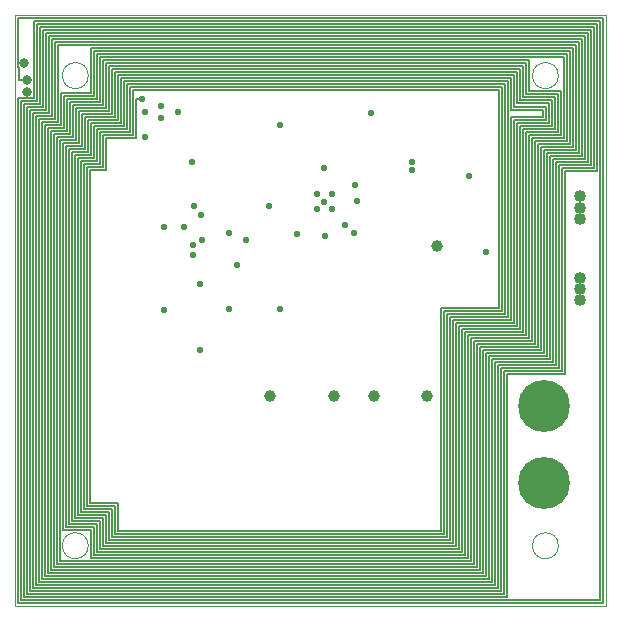
<source format=gbr>
%TF.GenerationSoftware,KiCad,Pcbnew,(5.1.4)-1*%
%TF.CreationDate,2019-12-19T17:58:06-07:00*%
%TF.ProjectId,SolarCell+Y,536f6c61-7243-4656-9c6c-2b592e6b6963,rev?*%
%TF.SameCoordinates,Original*%
%TF.FileFunction,Copper,L4,Inr*%
%TF.FilePolarity,Positive*%
%FSLAX46Y46*%
G04 Gerber Fmt 4.6, Leading zero omitted, Abs format (unit mm)*
G04 Created by KiCad (PCBNEW (5.1.4)-1) date 2019-12-19 17:58:06*
%MOMM*%
%LPD*%
G04 APERTURE LIST*
%ADD10C,0.050000*%
%ADD11C,1.000000*%
%ADD12C,1.016000*%
%ADD13C,4.400000*%
%ADD14C,0.584200*%
%ADD15C,0.800000*%
%ADD16C,0.127000*%
G04 APERTURE END LIST*
D10*
X200000000Y-40000000D02*
X150000000Y-40000000D01*
X150000000Y-90000000D02*
X200000000Y-90000000D01*
X150000000Y-40000000D02*
X150000000Y-90000000D01*
X196000000Y-45100000D02*
G75*
G03X196000000Y-45100000I-1100000J0D01*
G01*
X156200000Y-84900000D02*
G75*
G03X156200000Y-84900000I-1100000J0D01*
G01*
X156200000Y-45100000D02*
G75*
G03X156200000Y-45100000I-1100000J0D01*
G01*
X196000000Y-84900000D02*
G75*
G03X196000000Y-84900000I-1100000J0D01*
G01*
X200000000Y-90000000D02*
X200000000Y-40000000D01*
D11*
X185750200Y-59512200D03*
X184835800Y-72263000D03*
X176987200Y-72263000D03*
X171602400Y-72263000D03*
X180424666Y-72263000D03*
D12*
X197866000Y-64130000D03*
X197866000Y-55330000D03*
X197866000Y-63180000D03*
X197866000Y-62230000D03*
X197866000Y-56280000D03*
X197866000Y-57230000D03*
D13*
X194800000Y-73100000D03*
X194800000Y-79600000D03*
D14*
X183593740Y-52415440D03*
X183593740Y-53050440D03*
X160978844Y-48166883D03*
X165112690Y-56134000D03*
X178796228Y-54378747D03*
X176174400Y-55806340D03*
X175574980Y-55144184D03*
X176844980Y-55144184D03*
X175567340Y-56413400D03*
X176844980Y-56388784D03*
X164338000Y-57912000D03*
X162575240Y-57912000D03*
X172417740Y-49303940D03*
X168148000Y-64897000D03*
X172466000Y-64897000D03*
X178689000Y-58420000D03*
X162585400Y-64947800D03*
X165684200Y-62738000D03*
X165684200Y-68300600D03*
X168148000Y-58420000D03*
X164973000Y-52451000D03*
X168783000Y-61147520D03*
X189865000Y-60071000D03*
X163830000Y-48196500D03*
X165713339Y-56881065D03*
X188468000Y-53594000D03*
X165862000Y-59055000D03*
X165100000Y-59436026D03*
X165100000Y-60325000D03*
D15*
X151000000Y-46500000D03*
X151000000Y-45500000D03*
D14*
X161036000Y-50292000D03*
D15*
X150749000Y-44005500D03*
D14*
X160782000Y-47117000D03*
X162359712Y-47637690D03*
X162369500Y-48662193D03*
X169560240Y-59019440D03*
X176184580Y-52959784D03*
X177942240Y-57749440D03*
X171528750Y-56161940D03*
X176222019Y-58642013D03*
X173878240Y-58471590D03*
X180164740Y-48224440D03*
X178954084Y-55753784D03*
D16*
X160274000Y-47117000D02*
X160782000Y-47117000D01*
X160274000Y-50419000D02*
X160274000Y-47117000D01*
X157734000Y-50419000D02*
X160274000Y-50419000D01*
X157734000Y-53086000D02*
X157734000Y-50419000D01*
X156337000Y-81280000D02*
X156337000Y-53086000D01*
X158750000Y-81280000D02*
X156337000Y-81280000D01*
X158750000Y-83693000D02*
X158750000Y-81280000D01*
X186055000Y-83693000D02*
X158750000Y-83693000D01*
X186055000Y-64770000D02*
X186055000Y-83693000D01*
X190944500Y-64770000D02*
X186055000Y-64770000D01*
X190944500Y-46355000D02*
X190944500Y-64770000D01*
X160020000Y-46355000D02*
X190944500Y-46355000D01*
X160020000Y-50101500D02*
X160020000Y-46355000D01*
X157416500Y-50101500D02*
X160020000Y-50101500D01*
X157416500Y-52832000D02*
X157416500Y-50101500D01*
X156083000Y-52832000D02*
X157416500Y-52832000D01*
X156083000Y-81534000D02*
X156083000Y-52832000D01*
X158496000Y-81534000D02*
X156083000Y-81534000D01*
X158496000Y-83947000D02*
X158496000Y-81534000D01*
X186309000Y-83947000D02*
X158496000Y-83947000D01*
X186309000Y-65024000D02*
X186309000Y-83947000D01*
X191198500Y-65024000D02*
X186309000Y-65024000D01*
X191198500Y-46101000D02*
X191198500Y-65024000D01*
X159766000Y-46101000D02*
X191198500Y-46101000D01*
X159766000Y-49847500D02*
X159766000Y-46101000D01*
X157162500Y-52578000D02*
X157162500Y-49847500D01*
X155829000Y-52578000D02*
X157162500Y-52578000D01*
X155829000Y-81788000D02*
X155829000Y-52578000D01*
X158242000Y-81788000D02*
X155829000Y-81788000D01*
X158242000Y-84201000D02*
X158242000Y-81788000D01*
X186563000Y-84201000D02*
X158242000Y-84201000D01*
X186563000Y-65278000D02*
X186563000Y-84201000D01*
X191452500Y-65278000D02*
X186563000Y-65278000D01*
X191452500Y-45847000D02*
X191452500Y-65278000D01*
X159512000Y-45847000D02*
X191452500Y-45847000D01*
X156908500Y-49593500D02*
X159512000Y-49593500D01*
X156908500Y-52324000D02*
X156908500Y-49593500D01*
X155575000Y-52324000D02*
X156908500Y-52324000D01*
X155575000Y-82042000D02*
X155575000Y-52324000D01*
X186817000Y-84455000D02*
X157988000Y-84455000D01*
X191706500Y-65532000D02*
X186817000Y-65532000D01*
X191706500Y-45593000D02*
X191706500Y-65532000D01*
X159258000Y-49339500D02*
X159258000Y-45593000D01*
X156654500Y-49339500D02*
X159258000Y-49339500D01*
X156654500Y-52070000D02*
X156654500Y-49339500D01*
X155321000Y-52070000D02*
X156654500Y-52070000D01*
X155321000Y-82296000D02*
X155321000Y-52070000D01*
X157734000Y-82296000D02*
X155321000Y-82296000D01*
X157734000Y-84709000D02*
X157734000Y-82296000D01*
X187071000Y-84709000D02*
X157734000Y-84709000D01*
X187071000Y-65786000D02*
X187071000Y-84709000D01*
X191960500Y-65786000D02*
X187071000Y-65786000D01*
X191960500Y-48641000D02*
X191960500Y-65786000D01*
X194691000Y-48641000D02*
X191960500Y-48641000D01*
X194691000Y-48006000D02*
X194691000Y-48641000D01*
X192024000Y-48006000D02*
X194691000Y-48006000D01*
X192024000Y-45339000D02*
X192024000Y-48006000D01*
X159004000Y-45339000D02*
X192024000Y-45339000D01*
X159004000Y-49085500D02*
X159004000Y-45339000D01*
X156400500Y-49085500D02*
X159004000Y-49085500D01*
X156400500Y-51816000D02*
X156400500Y-49085500D01*
X155067000Y-51816000D02*
X156400500Y-51816000D01*
X155067000Y-82550000D02*
X155067000Y-51816000D01*
X157480000Y-82550000D02*
X155067000Y-82550000D01*
X157480000Y-84963000D02*
X157480000Y-82550000D01*
X187325000Y-84963000D02*
X157480000Y-84963000D01*
X187325000Y-66040000D02*
X187325000Y-84963000D01*
X192214500Y-66040000D02*
X187325000Y-66040000D01*
X192214500Y-48895000D02*
X192214500Y-66040000D01*
X194945000Y-48895000D02*
X192214500Y-48895000D01*
X194945000Y-47752000D02*
X194945000Y-48895000D01*
X192278000Y-47752000D02*
X194945000Y-47752000D01*
X192278000Y-45085000D02*
X192278000Y-47752000D01*
X158750000Y-45085000D02*
X192278000Y-45085000D01*
X158750000Y-48831500D02*
X158750000Y-45085000D01*
X156146500Y-48831500D02*
X158750000Y-48831500D01*
X156146500Y-51562000D02*
X156146500Y-48831500D01*
X154813000Y-51562000D02*
X156146500Y-51562000D01*
X154813000Y-82804000D02*
X154813000Y-51562000D01*
X157226000Y-82804000D02*
X154813000Y-82804000D01*
X157226000Y-85217000D02*
X157226000Y-82804000D01*
X187579000Y-85217000D02*
X157226000Y-85217000D01*
X187579000Y-66294000D02*
X187579000Y-85217000D01*
X192468500Y-66294000D02*
X187579000Y-66294000D01*
X192468500Y-49149000D02*
X192468500Y-66294000D01*
X195199000Y-49149000D02*
X192468500Y-49149000D01*
X195199000Y-47434500D02*
X195199000Y-49149000D01*
X192532000Y-47434500D02*
X195199000Y-47434500D01*
X192532000Y-44831000D02*
X192532000Y-47434500D01*
X158496000Y-44831000D02*
X192532000Y-44831000D01*
X158496000Y-48577500D02*
X158496000Y-44831000D01*
X155892500Y-48577500D02*
X158496000Y-48577500D01*
X155892500Y-51308000D02*
X155892500Y-48577500D01*
X154559000Y-51308000D02*
X155892500Y-51308000D01*
X154559000Y-83058000D02*
X154559000Y-51308000D01*
X156972000Y-83058000D02*
X154559000Y-83058000D01*
X156972000Y-85471000D02*
X156972000Y-83058000D01*
X187833000Y-85471000D02*
X156972000Y-85471000D01*
X187833000Y-66548000D02*
X187833000Y-85471000D01*
X192722500Y-66548000D02*
X187833000Y-66548000D01*
X192722500Y-49403000D02*
X192722500Y-66548000D01*
X195453000Y-49403000D02*
X192722500Y-49403000D01*
X195453000Y-47180500D02*
X195453000Y-49403000D01*
X192786000Y-47180500D02*
X195453000Y-47180500D01*
X192786000Y-44577000D02*
X192786000Y-47180500D01*
X158242000Y-44577000D02*
X192786000Y-44577000D01*
X158242000Y-48323500D02*
X158242000Y-44577000D01*
X155638500Y-48323500D02*
X158242000Y-48323500D01*
X155638500Y-51054000D02*
X155638500Y-48323500D01*
X154305000Y-51054000D02*
X155638500Y-51054000D01*
X154305000Y-83312000D02*
X154305000Y-51054000D01*
X156718000Y-83312000D02*
X154305000Y-83312000D01*
X156718000Y-85725000D02*
X156718000Y-83312000D01*
X188087000Y-85725000D02*
X156718000Y-85725000D01*
X188087000Y-66802000D02*
X188087000Y-85725000D01*
X192976500Y-66802000D02*
X188087000Y-66802000D01*
X192976500Y-49657000D02*
X192976500Y-66802000D01*
X195707000Y-49657000D02*
X192976500Y-49657000D01*
X195707000Y-46926500D02*
X195707000Y-49657000D01*
X193040000Y-46926500D02*
X195707000Y-46926500D01*
X193040000Y-44323000D02*
X193040000Y-46926500D01*
X157988000Y-44323000D02*
X193040000Y-44323000D01*
X157988000Y-48069500D02*
X157988000Y-44323000D01*
X155384500Y-48069500D02*
X157988000Y-48069500D01*
X155384500Y-50800000D02*
X155384500Y-48069500D01*
X154051000Y-50800000D02*
X155384500Y-50800000D01*
X154051000Y-83566000D02*
X154051000Y-50800000D01*
X156464000Y-83566000D02*
X154051000Y-83566000D01*
X156464000Y-85979000D02*
X156464000Y-83566000D01*
X188341000Y-85979000D02*
X156464000Y-85979000D01*
X188341000Y-67056000D02*
X188341000Y-85979000D01*
X193230500Y-67056000D02*
X188341000Y-67056000D01*
X193230500Y-49911000D02*
X193230500Y-67056000D01*
X195961000Y-49911000D02*
X193230500Y-49911000D01*
X195961000Y-46672500D02*
X195961000Y-49911000D01*
X193294000Y-46672500D02*
X195961000Y-46672500D01*
X193294000Y-44069000D02*
X193294000Y-46672500D01*
X157734000Y-44069000D02*
X193294000Y-44069000D01*
X157734000Y-47815500D02*
X157734000Y-44069000D01*
X155130500Y-47815500D02*
X157734000Y-47815500D01*
X190373000Y-88011000D02*
X152019000Y-88011000D01*
X153098500Y-48514000D02*
X153098500Y-42037000D01*
X151765000Y-48514000D02*
X153098500Y-48514000D01*
X151765000Y-88265000D02*
X151765000Y-48514000D01*
X190627000Y-69342000D02*
X190627000Y-88265000D01*
X195262500Y-69088000D02*
X190373000Y-69088000D01*
X195516500Y-69342000D02*
X190627000Y-69342000D01*
X195262500Y-51943000D02*
X195262500Y-69088000D01*
X195516500Y-52197000D02*
X195516500Y-69342000D01*
X157226000Y-43561000D02*
X196469000Y-43561000D01*
X198247000Y-52197000D02*
X195516500Y-52197000D01*
X198247000Y-41783000D02*
X198247000Y-52197000D01*
X153797000Y-84708235D02*
X153797000Y-50546000D01*
X152844500Y-41783000D02*
X198247000Y-41783000D01*
X153797000Y-50546000D02*
X155130500Y-50546000D01*
X152844500Y-48260000D02*
X152844500Y-41783000D01*
X151511000Y-48260000D02*
X152844500Y-48260000D01*
X153289000Y-50038000D02*
X154622500Y-50038000D01*
X151511000Y-88519000D02*
X151511000Y-48260000D01*
X153779302Y-86215302D02*
X153779302Y-84902978D01*
X190881000Y-88519000D02*
X151511000Y-88519000D01*
X153543000Y-86487000D02*
X153543000Y-50292000D01*
X190881000Y-69596000D02*
X190881000Y-88519000D01*
X193484500Y-50165000D02*
X193484500Y-67310000D01*
X195770500Y-69596000D02*
X190881000Y-69596000D01*
X154876500Y-47561500D02*
X157480000Y-47561500D01*
X195770500Y-52451000D02*
X195770500Y-69596000D01*
X198501000Y-52451000D02*
X195770500Y-52451000D01*
X188595000Y-86233000D02*
X153797000Y-86233000D01*
X198501000Y-41529000D02*
X198501000Y-52451000D01*
X152590500Y-41529000D02*
X198501000Y-41529000D01*
X152590500Y-48006000D02*
X152590500Y-41529000D01*
X151257000Y-48006000D02*
X152590500Y-48006000D01*
X151257000Y-88773000D02*
X151257000Y-48006000D01*
X191135000Y-88773000D02*
X151257000Y-88773000D01*
X191135000Y-69850000D02*
X191135000Y-88773000D01*
X196024500Y-69850000D02*
X191135000Y-69850000D01*
X196024500Y-52705000D02*
X196024500Y-69850000D01*
X198755000Y-52705000D02*
X196024500Y-52705000D01*
X198755000Y-41275000D02*
X198755000Y-52705000D01*
X152336500Y-47752000D02*
X152336500Y-41275000D01*
X151003000Y-47752000D02*
X152336500Y-47752000D01*
X196215000Y-50165000D02*
X193484500Y-50165000D01*
X191389000Y-89027000D02*
X151003000Y-89027000D01*
X191389000Y-70104000D02*
X191389000Y-89027000D01*
X151590501Y-40560499D02*
X151638000Y-40513000D01*
X151574500Y-46990000D02*
X151590501Y-46973999D01*
X154876500Y-50292000D02*
X154876500Y-47561500D01*
X151590501Y-46973999D02*
X151590501Y-40560499D01*
X199784490Y-40259000D02*
X199784490Y-89775510D01*
X151638000Y-40513000D02*
X199517000Y-40513000D01*
X150215510Y-89784490D02*
X150215510Y-46990000D01*
X150215510Y-46990000D02*
X151574500Y-46990000D01*
X193548000Y-46418500D02*
X196215000Y-46418500D01*
X199775510Y-89784490D02*
X150215510Y-89784490D01*
X199784490Y-89775510D02*
X199775510Y-89784490D01*
X188595000Y-67310000D02*
X188595000Y-86233000D01*
X157162500Y-49847500D02*
X159766000Y-49847500D01*
X151384000Y-40259000D02*
X199784490Y-40259000D01*
X153797000Y-86233000D02*
X153779302Y-86215302D01*
X150495000Y-89535000D02*
X150495000Y-47244000D01*
X151003000Y-89027000D02*
X151003000Y-47752000D01*
X157988000Y-84455000D02*
X157988000Y-82042000D01*
X151000000Y-45500000D02*
X150304500Y-45500000D01*
X155130500Y-50546000D02*
X155130500Y-47815500D01*
X191643000Y-89281000D02*
X150749000Y-89281000D01*
X196215000Y-46418500D02*
X196215000Y-50165000D01*
X190627000Y-88265000D02*
X151765000Y-88265000D01*
X159258000Y-45593000D02*
X191706500Y-45593000D01*
X150304500Y-44450000D02*
X150215510Y-44361010D01*
X197739000Y-42291000D02*
X197739000Y-51689000D01*
X151828500Y-47244000D02*
X151828500Y-40767000D01*
X152336500Y-41275000D02*
X198755000Y-41275000D01*
X157988000Y-82042000D02*
X155575000Y-82042000D01*
X150215510Y-40215510D02*
X151340510Y-40215510D01*
X153543000Y-50292000D02*
X154876500Y-50292000D01*
X196532500Y-70358000D02*
X191643000Y-70358000D01*
X150495000Y-47244000D02*
X151828500Y-47244000D01*
X156337000Y-53086000D02*
X157734000Y-53086000D01*
X151340510Y-40215510D02*
X151384000Y-40259000D01*
X153098500Y-42037000D02*
X197993000Y-42037000D01*
X191643000Y-70358000D02*
X191643000Y-89281000D01*
X199517000Y-40513000D02*
X199517000Y-89535000D01*
X199517000Y-89535000D02*
X150495000Y-89535000D01*
X151828500Y-40767000D02*
X199263000Y-40767000D01*
X199263000Y-40767000D02*
X199263000Y-53213000D01*
X199263000Y-53213000D02*
X196532500Y-53213000D01*
X197993000Y-51943000D02*
X195262500Y-51943000D01*
X196532500Y-53213000D02*
X196532500Y-70358000D01*
X186817000Y-65532000D02*
X186817000Y-84455000D01*
X150304500Y-45500000D02*
X150304500Y-44450000D01*
X189103000Y-86741000D02*
X153289000Y-86741000D01*
X150749000Y-89281000D02*
X150749000Y-47498000D01*
X190373000Y-69088000D02*
X190373000Y-88011000D01*
X159512000Y-49593500D02*
X159512000Y-45847000D01*
X150215510Y-44361010D02*
X150215510Y-40215510D01*
X150749000Y-47498000D02*
X152082500Y-47498000D01*
X152082500Y-47498000D02*
X152082500Y-41021000D01*
X152082500Y-41021000D02*
X199009000Y-41021000D01*
X199009000Y-41021000D02*
X199009000Y-52959000D01*
X197993000Y-42037000D02*
X197993000Y-51943000D01*
X199009000Y-52959000D02*
X196278500Y-52959000D01*
X196278500Y-52959000D02*
X196278500Y-70104000D01*
X196469000Y-50419000D02*
X193738500Y-50419000D01*
X196278500Y-70104000D02*
X191389000Y-70104000D01*
X152019000Y-88011000D02*
X152019000Y-48768000D01*
X152019000Y-48768000D02*
X153352500Y-48768000D01*
X153352500Y-48768000D02*
X153352500Y-42291000D01*
X153352500Y-42291000D02*
X197739000Y-42291000D01*
X197739000Y-51689000D02*
X195008500Y-51689000D01*
X195008500Y-51689000D02*
X195008500Y-68834000D01*
X195008500Y-68834000D02*
X190119000Y-68834000D01*
X190119000Y-68834000D02*
X190119000Y-87757000D01*
X190119000Y-87757000D02*
X152273000Y-87757000D01*
X152273000Y-87757000D02*
X152273000Y-49022000D01*
X152273000Y-49022000D02*
X153606500Y-49022000D01*
X153606500Y-49022000D02*
X153606500Y-42545000D01*
X153606500Y-42545000D02*
X197485000Y-42545000D01*
X197485000Y-42545000D02*
X197485000Y-51435000D01*
X197485000Y-51435000D02*
X194754500Y-51435000D01*
X194754500Y-51435000D02*
X194754500Y-68580000D01*
X194754500Y-68580000D02*
X189865000Y-68580000D01*
X189865000Y-68580000D02*
X189865000Y-87503000D01*
X189865000Y-87503000D02*
X152527000Y-87503000D01*
X152527000Y-87503000D02*
X152527000Y-49276000D01*
X152527000Y-49276000D02*
X153860500Y-49276000D01*
X153860500Y-49276000D02*
X153860500Y-46545500D01*
X153860500Y-46545500D02*
X156464000Y-46545500D01*
X156464000Y-46545500D02*
X156464000Y-42799000D01*
X156464000Y-42799000D02*
X197231000Y-42799000D01*
X197231000Y-42799000D02*
X197231000Y-51181000D01*
X197231000Y-51181000D02*
X194500500Y-51181000D01*
X194500500Y-51181000D02*
X194500500Y-68326000D01*
X194500500Y-68326000D02*
X189611000Y-68326000D01*
X189611000Y-68326000D02*
X189611000Y-87249000D01*
X189611000Y-87249000D02*
X152781000Y-87249000D01*
X152781000Y-87249000D02*
X152781000Y-49530000D01*
X152781000Y-49530000D02*
X154114500Y-49530000D01*
X154114500Y-49530000D02*
X154114500Y-46799500D01*
X154114500Y-46799500D02*
X156718000Y-46799500D01*
X156718000Y-46799500D02*
X156718000Y-43053000D01*
X156718000Y-43053000D02*
X196977000Y-43053000D01*
X196977000Y-43053000D02*
X196977000Y-50927000D01*
X196977000Y-50927000D02*
X194246500Y-50927000D01*
X194246500Y-50927000D02*
X194246500Y-68072000D01*
X194246500Y-68072000D02*
X189357000Y-68072000D01*
X189357000Y-68072000D02*
X189357000Y-86995000D01*
X189357000Y-86995000D02*
X153035000Y-86995000D01*
X153035000Y-86995000D02*
X153035000Y-49784000D01*
X153035000Y-49784000D02*
X154368500Y-49784000D01*
X154368500Y-49784000D02*
X154368500Y-47053500D01*
X154368500Y-47053500D02*
X156972000Y-47053500D01*
X156972000Y-47053500D02*
X156972000Y-43307000D01*
X156972000Y-43307000D02*
X196723000Y-43307000D01*
X196723000Y-43307000D02*
X196723000Y-50673000D01*
X196723000Y-50673000D02*
X193992500Y-50673000D01*
X193992500Y-50673000D02*
X193992500Y-67818000D01*
X193992500Y-67818000D02*
X189103000Y-67818000D01*
X189103000Y-67818000D02*
X189103000Y-86741000D01*
X153289000Y-86741000D02*
X153289000Y-50038000D01*
X154622500Y-50038000D02*
X154622500Y-47307500D01*
X154622500Y-47307500D02*
X157226000Y-47307500D01*
X157226000Y-47307500D02*
X157226000Y-43561000D01*
X196469000Y-43561000D02*
X196469000Y-50419000D01*
X193738500Y-50419000D02*
X193738500Y-67564000D01*
X193738500Y-67564000D02*
X188849000Y-67564000D01*
X188849000Y-67564000D02*
X188849000Y-86487000D01*
X188849000Y-86487000D02*
X153543000Y-86487000D01*
X157480000Y-47561500D02*
X157480000Y-43815000D01*
X157480000Y-43815000D02*
X193548000Y-43815000D01*
X193548000Y-43815000D02*
X193548000Y-46418500D01*
X193484500Y-67310000D02*
X188595000Y-67310000D01*
X153779302Y-84902978D02*
X153797000Y-84708235D01*
M02*

</source>
